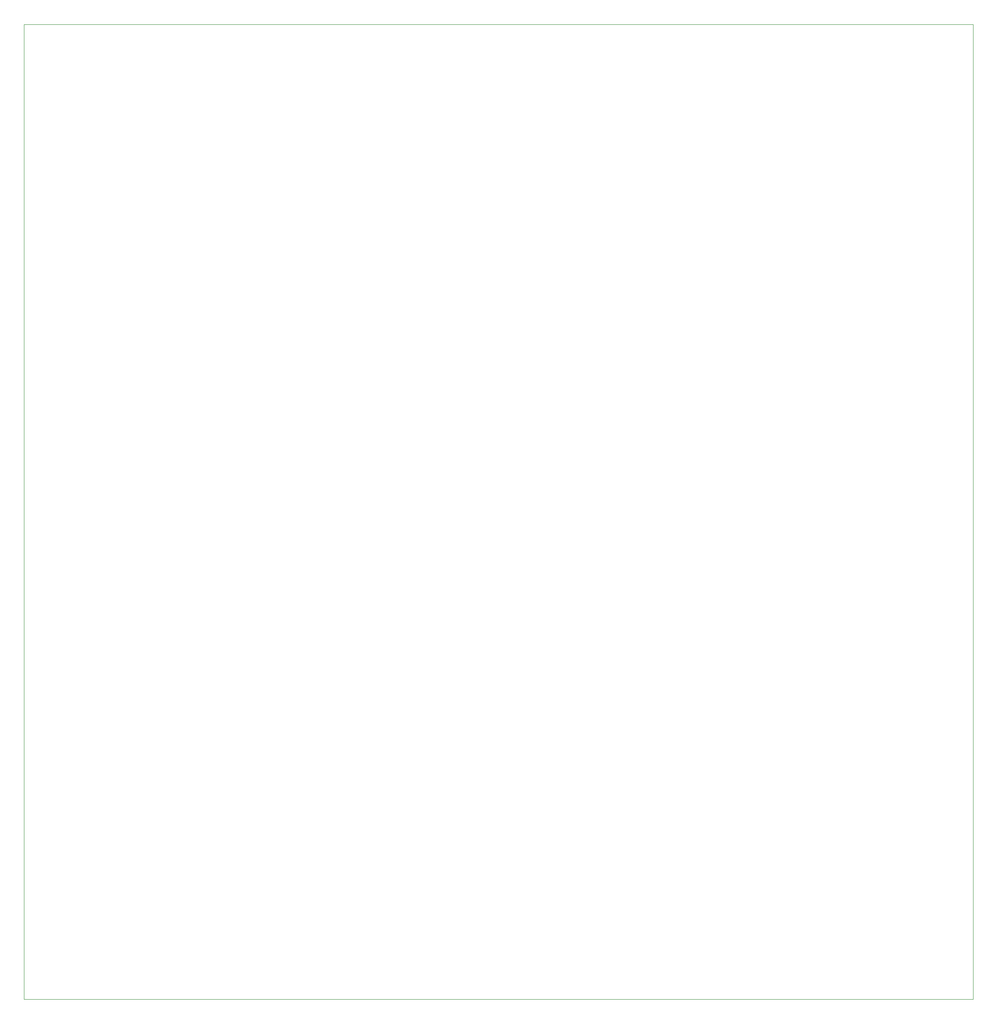
<source format=gbr>
G04 #@! TF.GenerationSoftware,KiCad,Pcbnew,5.1.5+dfsg1-2build2*
G04 #@! TF.CreationDate,2022-02-12T20:51:50-05:00*
G04 #@! TF.ProjectId,6800sbc,36383030-7362-4632-9e6b-696361645f70,rev?*
G04 #@! TF.SameCoordinates,Original*
G04 #@! TF.FileFunction,Profile,NP*
%FSLAX46Y46*%
G04 Gerber Fmt 4.6, Leading zero omitted, Abs format (unit mm)*
G04 Created by KiCad (PCBNEW 5.1.5+dfsg1-2build2) date 2022-02-12 20:51:50*
%MOMM*%
%LPD*%
G04 APERTURE LIST*
%ADD10C,0.100000*%
G04 APERTURE END LIST*
D10*
X220980000Y-22860000D02*
X33020000Y-22860000D01*
X33020000Y-215900000D02*
X220980000Y-215900000D01*
X220980000Y-48260000D02*
X220980000Y-215900000D01*
X33020000Y-22860000D02*
X33020000Y-215900000D01*
X220980000Y-48260000D02*
X220980000Y-22860000D01*
M02*

</source>
